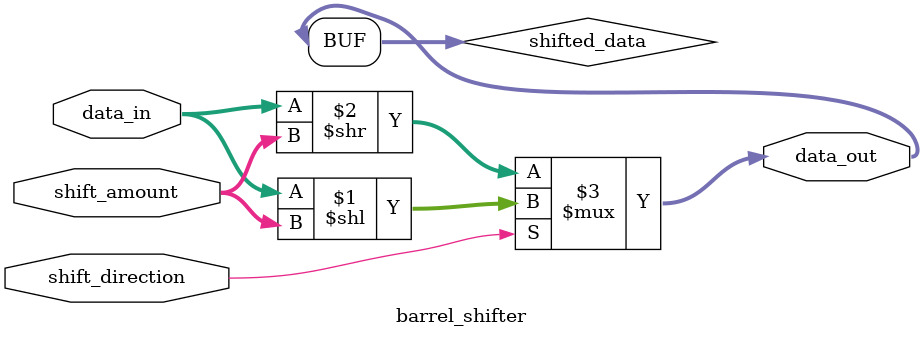
<source format=v>
module barrel_shifter (
  input [7:0] data_in,
  input [2:0] shift_amount,
  input shift_direction,
  output [7:0] data_out
);
  
  wire [7:0] shifted_data;
  
  assign shifted_data = (shift_direction) ? (data_in << shift_amount) : (data_in >> shift_amount);
  
  assign data_out = shifted_data;
  
endmodule

</source>
